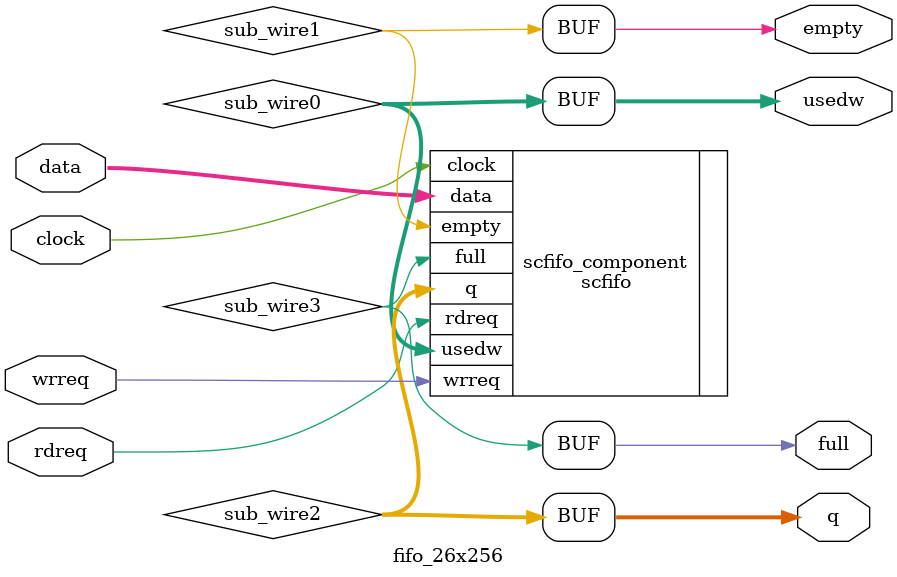
<source format=v>
module fifo_26x256 (
	clock,
	data,
	rdreq,
	wrreq,
	empty,
	full,
	q,
	usedw);
	input	  clock;
	input	[25:0]  data;
	input	  rdreq;
	input	  wrreq;
	output	  empty;
	output	  full;
	output	[25:0]  q;
	output	[7:0]  usedw;
	wire [7:0] sub_wire0;
	wire  sub_wire1;
	wire [25:0] sub_wire2;
	wire  sub_wire3;
	wire [7:0] usedw = sub_wire0[7:0];
	wire  empty = sub_wire1;
	wire [25:0] q = sub_wire2[25:0];
	wire  full = sub_wire3;
	scfifo	scfifo_component (
				.rdreq (rdreq),
				.clock (clock),
				.wrreq (wrreq),
				.data (data),
				.usedw (sub_wire0),
				.empty (sub_wire1),
				.q (sub_wire2),
				.full (sub_wire3)
				// synopsys translate_off
				,
				.aclr (),
				.almost_empty (),
				.almost_full (),
				.sclr ()
				// synopsys translate_on
				);
	defparam
		scfifo_component.add_ram_output_register = "OFF",
		scfifo_component.intended_device_family = "Cyclone III",
		scfifo_component.lpm_hint = "RAM_BLOCK_TYPE=M9K",
		scfifo_component.lpm_numwords = 256,
		scfifo_component.lpm_showahead = "OFF",
		scfifo_component.lpm_type = "scfifo",
		scfifo_component.lpm_width = 26,
		scfifo_component.lpm_widthu = 8,
		scfifo_component.overflow_checking = "OFF",
		scfifo_component.underflow_checking = "OFF",
		scfifo_component.use_eab = "ON";
endmodule
</source>
